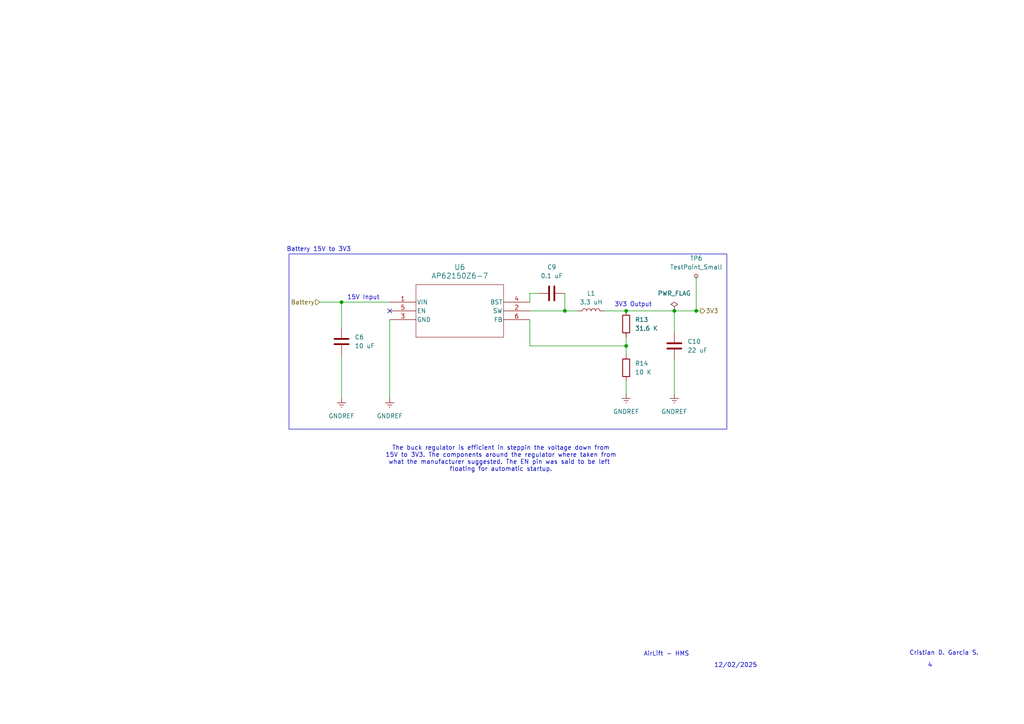
<source format=kicad_sch>
(kicad_sch
	(version 20250114)
	(generator "eeschema")
	(generator_version "9.0")
	(uuid "ed28105f-d7c6-404a-8791-0c3323c410f9")
	(paper "A4")
	(lib_symbols
		(symbol "HMS_SSymbols_Library:AP62150Z6-7"
			(pin_names
				(offset 0.254)
			)
			(exclude_from_sim no)
			(in_bom yes)
			(on_board yes)
			(property "Reference" "U"
				(at 20.32 10.16 0)
				(effects
					(font
						(size 1.524 1.524)
					)
				)
			)
			(property "Value" "AP62150Z6-7"
				(at 20.32 7.62 0)
				(effects
					(font
						(size 1.524 1.524)
					)
				)
			)
			(property "Footprint" "SOT563_DIO"
				(at 0 0 0)
				(effects
					(font
						(size 1.27 1.27)
						(italic yes)
					)
					(hide yes)
				)
			)
			(property "Datasheet" "AP62150Z6-7"
				(at 0 0 0)
				(effects
					(font
						(size 1.27 1.27)
						(italic yes)
					)
					(hide yes)
				)
			)
			(property "Description" ""
				(at 0 0 0)
				(effects
					(font
						(size 1.27 1.27)
					)
					(hide yes)
				)
			)
			(property "ki_locked" ""
				(at 0 0 0)
				(effects
					(font
						(size 1.27 1.27)
					)
				)
			)
			(property "ki_keywords" "AP62150Z6-7"
				(at 0 0 0)
				(effects
					(font
						(size 1.27 1.27)
					)
					(hide yes)
				)
			)
			(property "ki_fp_filters" "SOT563_DIO SOT563_DIO-M SOT563_DIO-L"
				(at 0 0 0)
				(effects
					(font
						(size 1.27 1.27)
					)
					(hide yes)
				)
			)
			(symbol "AP62150Z6-7_0_1"
				(polyline
					(pts
						(xy 7.62 5.08) (xy 7.62 -10.16)
					)
					(stroke
						(width 0.127)
						(type default)
					)
					(fill
						(type none)
					)
				)
				(polyline
					(pts
						(xy 7.62 -10.16) (xy 33.02 -10.16)
					)
					(stroke
						(width 0.127)
						(type default)
					)
					(fill
						(type none)
					)
				)
				(polyline
					(pts
						(xy 33.02 5.08) (xy 7.62 5.08)
					)
					(stroke
						(width 0.127)
						(type default)
					)
					(fill
						(type none)
					)
				)
				(polyline
					(pts
						(xy 33.02 -10.16) (xy 33.02 5.08)
					)
					(stroke
						(width 0.127)
						(type default)
					)
					(fill
						(type none)
					)
				)
				(pin power_in line
					(at 0 0 0)
					(length 7.62)
					(name "VIN"
						(effects
							(font
								(size 1.27 1.27)
							)
						)
					)
					(number "1"
						(effects
							(font
								(size 1.27 1.27)
							)
						)
					)
				)
				(pin input line
					(at 0 -2.54 0)
					(length 7.62)
					(name "EN"
						(effects
							(font
								(size 1.27 1.27)
							)
						)
					)
					(number "5"
						(effects
							(font
								(size 1.27 1.27)
							)
						)
					)
				)
				(pin output line
					(at 40.64 -2.54 180)
					(length 7.62)
					(name "SW"
						(effects
							(font
								(size 1.27 1.27)
							)
						)
					)
					(number "2"
						(effects
							(font
								(size 1.27 1.27)
							)
						)
					)
				)
				(pin input line
					(at 40.64 -5.08 180)
					(length 7.62)
					(name "FB"
						(effects
							(font
								(size 1.27 1.27)
							)
						)
					)
					(number "6"
						(effects
							(font
								(size 1.27 1.27)
							)
						)
					)
				)
			)
			(symbol "AP62150Z6-7_1_1"
				(pin power_in line
					(at 0 -5.08 0)
					(length 7.62)
					(name "GND"
						(effects
							(font
								(size 1.27 1.27)
							)
						)
					)
					(number "3"
						(effects
							(font
								(size 1.27 1.27)
							)
						)
					)
				)
				(pin power_out line
					(at 40.64 0 180)
					(length 7.62)
					(name "BST"
						(effects
							(font
								(size 1.27 1.27)
							)
						)
					)
					(number "4"
						(effects
							(font
								(size 1.27 1.27)
							)
						)
					)
				)
			)
			(embedded_fonts no)
		)
		(symbol "HMS_SSymbols_Library:C"
			(pin_numbers
				(hide yes)
			)
			(pin_names
				(offset 0.254)
			)
			(exclude_from_sim no)
			(in_bom yes)
			(on_board yes)
			(property "Reference" "C"
				(at 0.635 2.54 0)
				(effects
					(font
						(size 1.27 1.27)
					)
					(justify left)
				)
			)
			(property "Value" "C"
				(at 0.635 -2.54 0)
				(effects
					(font
						(size 1.27 1.27)
					)
					(justify left)
				)
			)
			(property "Footprint" ""
				(at 0.9652 -3.81 0)
				(effects
					(font
						(size 1.27 1.27)
					)
					(hide yes)
				)
			)
			(property "Datasheet" "~"
				(at 0 0 0)
				(effects
					(font
						(size 1.27 1.27)
					)
					(hide yes)
				)
			)
			(property "Description" "Unpolarized capacitor"
				(at 0 0 0)
				(effects
					(font
						(size 1.27 1.27)
					)
					(hide yes)
				)
			)
			(property "ki_keywords" "cap capacitor"
				(at 0 0 0)
				(effects
					(font
						(size 1.27 1.27)
					)
					(hide yes)
				)
			)
			(property "ki_fp_filters" "C_*"
				(at 0 0 0)
				(effects
					(font
						(size 1.27 1.27)
					)
					(hide yes)
				)
			)
			(symbol "C_0_1"
				(polyline
					(pts
						(xy -2.032 0.762) (xy 2.032 0.762)
					)
					(stroke
						(width 0.508)
						(type default)
					)
					(fill
						(type none)
					)
				)
				(polyline
					(pts
						(xy -2.032 -0.762) (xy 2.032 -0.762)
					)
					(stroke
						(width 0.508)
						(type default)
					)
					(fill
						(type none)
					)
				)
			)
			(symbol "C_1_1"
				(pin passive line
					(at 0 3.81 270)
					(length 2.794)
					(name "~"
						(effects
							(font
								(size 1.27 1.27)
							)
						)
					)
					(number "1"
						(effects
							(font
								(size 1.27 1.27)
							)
						)
					)
				)
				(pin passive line
					(at 0 -3.81 90)
					(length 2.794)
					(name "~"
						(effects
							(font
								(size 1.27 1.27)
							)
						)
					)
					(number "2"
						(effects
							(font
								(size 1.27 1.27)
							)
						)
					)
				)
			)
			(embedded_fonts no)
		)
		(symbol "HMS_SSymbols_Library:GNDREF"
			(power)
			(pin_numbers
				(hide yes)
			)
			(pin_names
				(offset 0)
				(hide yes)
			)
			(exclude_from_sim no)
			(in_bom yes)
			(on_board yes)
			(property "Reference" "#PWR"
				(at 0 -6.35 0)
				(effects
					(font
						(size 1.27 1.27)
					)
					(hide yes)
				)
			)
			(property "Value" "GNDREF"
				(at 0 -3.81 0)
				(effects
					(font
						(size 1.27 1.27)
					)
				)
			)
			(property "Footprint" ""
				(at 0 0 0)
				(effects
					(font
						(size 1.27 1.27)
					)
					(hide yes)
				)
			)
			(property "Datasheet" ""
				(at 0 0 0)
				(effects
					(font
						(size 1.27 1.27)
					)
					(hide yes)
				)
			)
			(property "Description" "Power symbol creates a global label with name \"GNDREF\" , reference supply ground"
				(at 0 0 0)
				(effects
					(font
						(size 1.27 1.27)
					)
					(hide yes)
				)
			)
			(property "ki_keywords" "global power"
				(at 0 0 0)
				(effects
					(font
						(size 1.27 1.27)
					)
					(hide yes)
				)
			)
			(symbol "GNDREF_0_1"
				(polyline
					(pts
						(xy -0.635 -1.905) (xy 0.635 -1.905)
					)
					(stroke
						(width 0)
						(type default)
					)
					(fill
						(type none)
					)
				)
				(polyline
					(pts
						(xy -0.127 -2.54) (xy 0.127 -2.54)
					)
					(stroke
						(width 0)
						(type default)
					)
					(fill
						(type none)
					)
				)
				(polyline
					(pts
						(xy 0 -1.27) (xy 0 0)
					)
					(stroke
						(width 0)
						(type default)
					)
					(fill
						(type none)
					)
				)
				(polyline
					(pts
						(xy 1.27 -1.27) (xy -1.27 -1.27)
					)
					(stroke
						(width 0)
						(type default)
					)
					(fill
						(type none)
					)
				)
			)
			(symbol "GNDREF_1_1"
				(pin power_in line
					(at 0 0 270)
					(length 0)
					(name "~"
						(effects
							(font
								(size 1.27 1.27)
							)
						)
					)
					(number "1"
						(effects
							(font
								(size 1.27 1.27)
							)
						)
					)
				)
			)
			(embedded_fonts no)
		)
		(symbol "HMS_SSymbols_Library:L"
			(pin_numbers
				(hide yes)
			)
			(pin_names
				(offset 1.016)
				(hide yes)
			)
			(exclude_from_sim no)
			(in_bom yes)
			(on_board yes)
			(property "Reference" "L"
				(at -1.27 0 90)
				(effects
					(font
						(size 1.27 1.27)
					)
				)
			)
			(property "Value" "L"
				(at 1.905 0 90)
				(effects
					(font
						(size 1.27 1.27)
					)
				)
			)
			(property "Footprint" ""
				(at 0 0 0)
				(effects
					(font
						(size 1.27 1.27)
					)
					(hide yes)
				)
			)
			(property "Datasheet" "~"
				(at 0 0 0)
				(effects
					(font
						(size 1.27 1.27)
					)
					(hide yes)
				)
			)
			(property "Description" "Inductor"
				(at 0 0 0)
				(effects
					(font
						(size 1.27 1.27)
					)
					(hide yes)
				)
			)
			(property "ki_keywords" "inductor choke coil reactor magnetic"
				(at 0 0 0)
				(effects
					(font
						(size 1.27 1.27)
					)
					(hide yes)
				)
			)
			(property "ki_fp_filters" "Choke_* *Coil* Inductor_* L_*"
				(at 0 0 0)
				(effects
					(font
						(size 1.27 1.27)
					)
					(hide yes)
				)
			)
			(symbol "L_0_1"
				(arc
					(start 0 2.54)
					(mid 0.6323 1.905)
					(end 0 1.27)
					(stroke
						(width 0)
						(type default)
					)
					(fill
						(type none)
					)
				)
				(arc
					(start 0 1.27)
					(mid 0.6323 0.635)
					(end 0 0)
					(stroke
						(width 0)
						(type default)
					)
					(fill
						(type none)
					)
				)
				(arc
					(start 0 0)
					(mid 0.6323 -0.635)
					(end 0 -1.27)
					(stroke
						(width 0)
						(type default)
					)
					(fill
						(type none)
					)
				)
				(arc
					(start 0 -1.27)
					(mid 0.6323 -1.905)
					(end 0 -2.54)
					(stroke
						(width 0)
						(type default)
					)
					(fill
						(type none)
					)
				)
			)
			(symbol "L_1_1"
				(pin passive line
					(at 0 3.81 270)
					(length 1.27)
					(name "1"
						(effects
							(font
								(size 1.27 1.27)
							)
						)
					)
					(number "1"
						(effects
							(font
								(size 1.27 1.27)
							)
						)
					)
				)
				(pin passive line
					(at 0 -3.81 90)
					(length 1.27)
					(name "2"
						(effects
							(font
								(size 1.27 1.27)
							)
						)
					)
					(number "2"
						(effects
							(font
								(size 1.27 1.27)
							)
						)
					)
				)
			)
			(embedded_fonts no)
		)
		(symbol "HMS_SSymbols_Library:R"
			(pin_numbers
				(hide yes)
			)
			(pin_names
				(offset 0)
			)
			(exclude_from_sim no)
			(in_bom yes)
			(on_board yes)
			(property "Reference" "R"
				(at 2.032 0 90)
				(effects
					(font
						(size 1.27 1.27)
					)
				)
			)
			(property "Value" "R"
				(at 0 0 90)
				(effects
					(font
						(size 1.27 1.27)
					)
				)
			)
			(property "Footprint" ""
				(at -1.778 0 90)
				(effects
					(font
						(size 1.27 1.27)
					)
					(hide yes)
				)
			)
			(property "Datasheet" "~"
				(at 0 0 0)
				(effects
					(font
						(size 1.27 1.27)
					)
					(hide yes)
				)
			)
			(property "Description" "Resistor"
				(at 0 0 0)
				(effects
					(font
						(size 1.27 1.27)
					)
					(hide yes)
				)
			)
			(property "ki_keywords" "R res resistor"
				(at 0 0 0)
				(effects
					(font
						(size 1.27 1.27)
					)
					(hide yes)
				)
			)
			(property "ki_fp_filters" "R_*"
				(at 0 0 0)
				(effects
					(font
						(size 1.27 1.27)
					)
					(hide yes)
				)
			)
			(symbol "R_0_1"
				(rectangle
					(start -1.016 -2.54)
					(end 1.016 2.54)
					(stroke
						(width 0.254)
						(type default)
					)
					(fill
						(type none)
					)
				)
			)
			(symbol "R_1_1"
				(pin passive line
					(at 0 3.81 270)
					(length 1.27)
					(name "~"
						(effects
							(font
								(size 1.27 1.27)
							)
						)
					)
					(number "1"
						(effects
							(font
								(size 1.27 1.27)
							)
						)
					)
				)
				(pin passive line
					(at 0 -3.81 90)
					(length 1.27)
					(name "~"
						(effects
							(font
								(size 1.27 1.27)
							)
						)
					)
					(number "2"
						(effects
							(font
								(size 1.27 1.27)
							)
						)
					)
				)
			)
			(embedded_fonts no)
		)
		(symbol "HMS_SSymbols_Library:TestPoint_Small"
			(pin_numbers
				(hide yes)
			)
			(pin_names
				(offset 0.762)
				(hide yes)
			)
			(exclude_from_sim no)
			(in_bom yes)
			(on_board yes)
			(property "Reference" "TP"
				(at 0 3.81 0)
				(effects
					(font
						(size 1.27 1.27)
					)
				)
			)
			(property "Value" "TestPoint_Small"
				(at 0 2.032 0)
				(effects
					(font
						(size 1.27 1.27)
					)
				)
			)
			(property "Footprint" ""
				(at 5.08 0 0)
				(effects
					(font
						(size 1.27 1.27)
					)
					(hide yes)
				)
			)
			(property "Datasheet" "~"
				(at 5.08 0 0)
				(effects
					(font
						(size 1.27 1.27)
					)
					(hide yes)
				)
			)
			(property "Description" "test point"
				(at 0 0 0)
				(effects
					(font
						(size 1.27 1.27)
					)
					(hide yes)
				)
			)
			(property "ki_keywords" "test point tp"
				(at 0 0 0)
				(effects
					(font
						(size 1.27 1.27)
					)
					(hide yes)
				)
			)
			(property "ki_fp_filters" "Pin* Test*"
				(at 0 0 0)
				(effects
					(font
						(size 1.27 1.27)
					)
					(hide yes)
				)
			)
			(symbol "TestPoint_Small_0_1"
				(circle
					(center 0 0)
					(radius 0.508)
					(stroke
						(width 0)
						(type default)
					)
					(fill
						(type none)
					)
				)
			)
			(symbol "TestPoint_Small_1_1"
				(pin passive line
					(at 0 0 90)
					(length 0)
					(name "1"
						(effects
							(font
								(size 1.27 1.27)
							)
						)
					)
					(number "1"
						(effects
							(font
								(size 1.27 1.27)
							)
						)
					)
				)
			)
			(embedded_fonts no)
		)
		(symbol "power:PWR_FLAG"
			(power)
			(pin_numbers
				(hide yes)
			)
			(pin_names
				(offset 0)
				(hide yes)
			)
			(exclude_from_sim no)
			(in_bom yes)
			(on_board yes)
			(property "Reference" "#FLG"
				(at 0 1.905 0)
				(effects
					(font
						(size 1.27 1.27)
					)
					(hide yes)
				)
			)
			(property "Value" "PWR_FLAG"
				(at 0 3.81 0)
				(effects
					(font
						(size 1.27 1.27)
					)
				)
			)
			(property "Footprint" ""
				(at 0 0 0)
				(effects
					(font
						(size 1.27 1.27)
					)
					(hide yes)
				)
			)
			(property "Datasheet" "~"
				(at 0 0 0)
				(effects
					(font
						(size 1.27 1.27)
					)
					(hide yes)
				)
			)
			(property "Description" "Special symbol for telling ERC where power comes from"
				(at 0 0 0)
				(effects
					(font
						(size 1.27 1.27)
					)
					(hide yes)
				)
			)
			(property "ki_keywords" "flag power"
				(at 0 0 0)
				(effects
					(font
						(size 1.27 1.27)
					)
					(hide yes)
				)
			)
			(symbol "PWR_FLAG_0_0"
				(pin power_out line
					(at 0 0 90)
					(length 0)
					(name "~"
						(effects
							(font
								(size 1.27 1.27)
							)
						)
					)
					(number "1"
						(effects
							(font
								(size 1.27 1.27)
							)
						)
					)
				)
			)
			(symbol "PWR_FLAG_0_1"
				(polyline
					(pts
						(xy 0 0) (xy 0 1.27) (xy -1.016 1.905) (xy 0 2.54) (xy 1.016 1.905) (xy 0 1.27)
					)
					(stroke
						(width 0)
						(type default)
					)
					(fill
						(type none)
					)
				)
			)
			(embedded_fonts no)
		)
	)
	(rectangle
		(start 83.82 73.66)
		(end 210.82 124.46)
		(stroke
			(width 0)
			(type default)
		)
		(fill
			(type none)
		)
		(uuid cbcd322f-c354-4634-a0fe-27e4b9ace101)
	)
	(text "12/02/2025"
		(exclude_from_sim no)
		(at 213.36 193.04 0)
		(effects
			(font
				(size 1.27 1.27)
			)
		)
		(uuid "0f48e31d-8331-44ec-93b7-953093577728")
	)
	(text "AirLift - HMS"
		(exclude_from_sim no)
		(at 193.294 189.738 0)
		(effects
			(font
				(size 1.27 1.27)
			)
		)
		(uuid "22ea58c8-c376-4724-8430-eebc6aa8521c")
	)
	(text "Cristian D. Garcia S."
		(exclude_from_sim no)
		(at 273.812 189.484 0)
		(effects
			(font
				(size 1.27 1.27)
			)
		)
		(uuid "2430ac21-0af9-4d37-8311-a865bcb4155c")
	)
	(text "4"
		(exclude_from_sim no)
		(at 269.748 193.04 0)
		(effects
			(font
				(size 1.27 1.27)
			)
		)
		(uuid "935c16d0-be2f-4be3-963b-9319f0e0c3e4")
	)
	(text "Battery 15V to 3V3"
		(exclude_from_sim no)
		(at 92.456 72.39 0)
		(effects
			(font
				(size 1.27 1.27)
			)
		)
		(uuid "bf4bd5ef-64bf-44b7-bb3a-3db2834f3116")
	)
	(text "15V Input"
		(exclude_from_sim no)
		(at 105.41 86.36 0)
		(effects
			(font
				(size 1.27 1.27)
			)
		)
		(uuid "ecb869f6-9cf1-4ff6-ba9d-e8e4d6855a45")
	)
	(text "The buck regulator is efficient in steppin the voltage down from\n15V to 3V3. The components around the regulator where taken from\nwhat the manufacturer suggested. The EN pin was said to be left \nfloating for automatic startup.\n"
		(exclude_from_sim no)
		(at 145.288 133.096 0)
		(effects
			(font
				(size 1.27 1.27)
			)
		)
		(uuid "f1d366ed-d9a8-4a3f-8252-f4259f9f359f")
	)
	(text "3V3 Output"
		(exclude_from_sim no)
		(at 183.642 88.392 0)
		(effects
			(font
				(size 1.27 1.27)
			)
		)
		(uuid "fd8ac440-4d67-498b-a0b1-121a86bbcb52")
	)
	(junction
		(at 195.58 90.17)
		(diameter 0)
		(color 0 0 0 0)
		(uuid "5b3a7110-7fe1-4597-b709-ecfeda78a0e8")
	)
	(junction
		(at 201.93 90.17)
		(diameter 0)
		(color 0 0 0 0)
		(uuid "69a7b2b2-75ae-440c-b25c-3dc108107c3b")
	)
	(junction
		(at 99.06 87.63)
		(diameter 0)
		(color 0 0 0 0)
		(uuid "7265c98d-e0a7-498a-875e-f0c885393928")
	)
	(junction
		(at 181.61 100.33)
		(diameter 0)
		(color 0 0 0 0)
		(uuid "ac6794fd-2d62-4fa7-ad03-49941e6b51b5")
	)
	(junction
		(at 181.61 90.17)
		(diameter 0)
		(color 0 0 0 0)
		(uuid "d9deccce-4e90-44dd-9340-289e39a42b42")
	)
	(junction
		(at 163.83 90.17)
		(diameter 0)
		(color 0 0 0 0)
		(uuid "e69b8d6f-3ce8-4461-88b3-3419233eed53")
	)
	(no_connect
		(at 113.03 90.17)
		(uuid "1d6a7060-ecc5-4c35-b548-98457a8209fe")
	)
	(wire
		(pts
			(xy 163.83 85.09) (xy 163.83 90.17)
		)
		(stroke
			(width 0)
			(type default)
		)
		(uuid "1056250f-4663-45ba-994c-19322ba5c7a5")
	)
	(wire
		(pts
			(xy 99.06 102.87) (xy 99.06 115.57)
		)
		(stroke
			(width 0)
			(type default)
		)
		(uuid "15864d12-ebbc-44dc-86ad-3677947ed05b")
	)
	(wire
		(pts
			(xy 195.58 90.17) (xy 181.61 90.17)
		)
		(stroke
			(width 0)
			(type default)
		)
		(uuid "16153d5a-7077-4f6f-b199-5aada89a966e")
	)
	(wire
		(pts
			(xy 201.93 90.17) (xy 195.58 90.17)
		)
		(stroke
			(width 0)
			(type default)
		)
		(uuid "1745f5b1-36cc-4f86-bc28-b8f3ee06c920")
	)
	(wire
		(pts
			(xy 201.93 80.01) (xy 201.93 90.17)
		)
		(stroke
			(width 0)
			(type default)
		)
		(uuid "1850a220-da9b-4bfc-bd8b-04f5cc2ad6cb")
	)
	(wire
		(pts
			(xy 113.03 115.57) (xy 113.03 92.71)
		)
		(stroke
			(width 0)
			(type default)
		)
		(uuid "1b5141bd-7451-457d-b906-e76165e0ce00")
	)
	(wire
		(pts
			(xy 163.83 90.17) (xy 153.67 90.17)
		)
		(stroke
			(width 0)
			(type default)
		)
		(uuid "3e41b217-e115-4858-95d9-bf605299dff0")
	)
	(wire
		(pts
			(xy 153.67 85.09) (xy 156.21 85.09)
		)
		(stroke
			(width 0)
			(type default)
		)
		(uuid "462cfc5d-3565-470c-8889-debcad38ed66")
	)
	(wire
		(pts
			(xy 99.06 87.63) (xy 113.03 87.63)
		)
		(stroke
			(width 0)
			(type default)
		)
		(uuid "5749ce1b-2da6-4a84-9484-ad10776479cd")
	)
	(wire
		(pts
			(xy 92.71 87.63) (xy 99.06 87.63)
		)
		(stroke
			(width 0)
			(type default)
		)
		(uuid "7bfc14bf-4bfb-430a-bec9-86f94ec76e24")
	)
	(wire
		(pts
			(xy 181.61 100.33) (xy 181.61 102.87)
		)
		(stroke
			(width 0)
			(type default)
		)
		(uuid "7d1e978e-4ac3-4bba-95fa-7fe3ab4a65c3")
	)
	(wire
		(pts
			(xy 99.06 95.25) (xy 99.06 87.63)
		)
		(stroke
			(width 0)
			(type default)
		)
		(uuid "7e133317-0fb9-498f-8ffb-f1c774ebbe81")
	)
	(wire
		(pts
			(xy 167.64 90.17) (xy 163.83 90.17)
		)
		(stroke
			(width 0)
			(type default)
		)
		(uuid "87e5a613-ae84-48ee-8c85-06c4d714326e")
	)
	(wire
		(pts
			(xy 153.67 100.33) (xy 181.61 100.33)
		)
		(stroke
			(width 0)
			(type default)
		)
		(uuid "a585e1b8-a64f-4621-ab0b-f66df604a773")
	)
	(wire
		(pts
			(xy 181.61 90.17) (xy 175.26 90.17)
		)
		(stroke
			(width 0)
			(type default)
		)
		(uuid "a93ee0b7-a2cb-4f33-8a25-b13f7ec43d37")
	)
	(wire
		(pts
			(xy 181.61 100.33) (xy 181.61 97.79)
		)
		(stroke
			(width 0)
			(type default)
		)
		(uuid "b129cc4d-2a3b-4b41-9f08-571303711068")
	)
	(wire
		(pts
			(xy 153.67 85.09) (xy 153.67 87.63)
		)
		(stroke
			(width 0)
			(type default)
		)
		(uuid "b3c27876-50c2-4f15-abee-05fdfd60d5c0")
	)
	(wire
		(pts
			(xy 181.61 114.3) (xy 181.61 110.49)
		)
		(stroke
			(width 0)
			(type default)
		)
		(uuid "bbc8ed0e-4cfe-48dd-aec3-91e842f0a593")
	)
	(wire
		(pts
			(xy 153.67 92.71) (xy 153.67 100.33)
		)
		(stroke
			(width 0)
			(type default)
		)
		(uuid "d8dfdbc1-bbde-4e90-a1c0-dcfe9dea55fe")
	)
	(wire
		(pts
			(xy 195.58 114.3) (xy 195.58 104.14)
		)
		(stroke
			(width 0)
			(type default)
		)
		(uuid "de79bd68-7b31-4877-9e1e-ebf06d4930ce")
	)
	(wire
		(pts
			(xy 195.58 96.52) (xy 195.58 90.17)
		)
		(stroke
			(width 0)
			(type default)
		)
		(uuid "e53e7abf-8a88-4690-adc5-accf8121ed25")
	)
	(wire
		(pts
			(xy 203.2 90.17) (xy 201.93 90.17)
		)
		(stroke
			(width 0)
			(type default)
		)
		(uuid "ed1e4b73-c71f-4840-87ad-c4e82d4042a4")
	)
	(hierarchical_label "3V3"
		(shape output)
		(at 203.2 90.17 0)
		(effects
			(font
				(size 1.27 1.27)
			)
			(justify left)
		)
		(uuid "490ba988-6a71-4fac-9b1a-b251d4a23324")
	)
	(hierarchical_label "Battery"
		(shape input)
		(at 92.71 87.63 180)
		(effects
			(font
				(size 1.27 1.27)
			)
			(justify right)
		)
		(uuid "5c10dc0a-f167-48d0-885e-735be6c67167")
	)
	(symbol
		(lib_id "HMS_SSymbols_Library:AP62150Z6-7")
		(at 113.03 87.63 0)
		(unit 1)
		(exclude_from_sim no)
		(in_bom yes)
		(on_board yes)
		(dnp no)
		(fields_autoplaced yes)
		(uuid "110e1722-51b9-4b33-a9f9-f2b5d1738199")
		(property "Reference" "U6"
			(at 133.35 77.47 0)
			(effects
				(font
					(size 1.524 1.524)
				)
			)
		)
		(property "Value" "AP62150Z6-7"
			(at 133.35 80.01 0)
			(effects
				(font
					(size 1.524 1.524)
				)
			)
		)
		(property "Footprint" "LibraryHMS_FSymbols_Library:SOT563_DIO"
			(at 113.03 87.63 0)
			(effects
				(font
					(size 1.27 1.27)
					(italic yes)
				)
				(hide yes)
			)
		)
		(property "Datasheet" "AP62150Z6-7"
			(at 113.03 87.63 0)
			(effects
				(font
					(size 1.27 1.27)
					(italic yes)
				)
				(hide yes)
			)
		)
		(property "Description" ""
			(at 113.03 87.63 0)
			(effects
				(font
					(size 1.27 1.27)
				)
				(hide yes)
			)
		)
		(property "MFR" "Diodes Incorporated"
			(at 113.03 87.63 0)
			(effects
				(font
					(size 1.27 1.27)
				)
				(hide yes)
			)
		)
		(property "MPN" "AP62150Z6-7"
			(at 113.03 87.63 0)
			(effects
				(font
					(size 1.27 1.27)
				)
				(hide yes)
			)
		)
		(pin "1"
			(uuid "66f5296f-252d-48d0-ab75-bc56a5de87f4")
		)
		(pin "5"
			(uuid "6c449ed5-1114-4a54-9644-22dcca915fcd")
		)
		(pin "2"
			(uuid "97f30d14-7b60-4dc6-bd23-1c8fe471e432")
		)
		(pin "4"
			(uuid "76c707e7-6a78-4c99-87c2-6cf087ec2029")
		)
		(pin "3"
			(uuid "05652bea-504a-4443-9f50-4b413ba48f2e")
		)
		(pin "6"
			(uuid "0c47b2ff-cc0d-4ac4-b6ff-71966967ea0b")
		)
		(instances
			(project ""
				(path "/f58d4a15-dad3-4b2d-a625-0883ffa8695e/949a0c0f-a9c0-4cee-92fe-3384dfd218fd"
					(reference "U6")
					(unit 1)
				)
			)
		)
	)
	(symbol
		(lib_id "HMS_SSymbols_Library:L")
		(at 171.45 90.17 90)
		(unit 1)
		(exclude_from_sim no)
		(in_bom yes)
		(on_board yes)
		(dnp no)
		(fields_autoplaced yes)
		(uuid "1ec519e9-4d27-4bbd-a4b9-447654e083a5")
		(property "Reference" "L1"
			(at 171.45 85.09 90)
			(effects
				(font
					(size 1.27 1.27)
				)
			)
		)
		(property "Value" "3.3 uH"
			(at 171.45 87.63 90)
			(effects
				(font
					(size 1.27 1.27)
				)
			)
		)
		(property "Footprint" "LibraryHMS_FSymbols_Library:L_0805_2012Metric_Pad1.15x1.40mm_HandSolder"
			(at 171.45 90.17 0)
			(effects
				(font
					(size 1.27 1.27)
				)
				(hide yes)
			)
		)
		(property "Datasheet" "~"
			(at 171.45 90.17 0)
			(effects
				(font
					(size 1.27 1.27)
				)
				(hide yes)
			)
		)
		(property "Description" "Inductor"
			(at 171.45 90.17 0)
			(effects
				(font
					(size 1.27 1.27)
				)
				(hide yes)
			)
		)
		(property "MFR" "TDK Corporation"
			(at 171.45 90.17 90)
			(effects
				(font
					(size 1.27 1.27)
				)
				(hide yes)
			)
		)
		(property "MPN" "MLZ2012N3R3LT000"
			(at 171.45 90.17 90)
			(effects
				(font
					(size 1.27 1.27)
				)
				(hide yes)
			)
		)
		(pin "1"
			(uuid "159ef222-2917-4683-9cd9-e9fc84c0788e")
		)
		(pin "2"
			(uuid "0e741fb8-cba0-4eec-a3fc-8fb925c973b6")
		)
		(instances
			(project ""
				(path "/f58d4a15-dad3-4b2d-a625-0883ffa8695e/949a0c0f-a9c0-4cee-92fe-3384dfd218fd"
					(reference "L1")
					(unit 1)
				)
			)
		)
	)
	(symbol
		(lib_id "HMS_SSymbols_Library:C")
		(at 195.58 100.33 180)
		(unit 1)
		(exclude_from_sim no)
		(in_bom yes)
		(on_board yes)
		(dnp no)
		(fields_autoplaced yes)
		(uuid "20f0f74a-7987-4322-9308-70404e82114b")
		(property "Reference" "C10"
			(at 199.39 99.0599 0)
			(effects
				(font
					(size 1.27 1.27)
				)
				(justify right)
			)
		)
		(property "Value" "22 uF"
			(at 199.39 101.5999 0)
			(effects
				(font
					(size 1.27 1.27)
				)
				(justify right)
			)
		)
		(property "Footprint" "LibraryHMS_FSymbols_Library:C_0805_2012Metric_Pad1.18x1.45mm_HandSolder"
			(at 194.6148 96.52 0)
			(effects
				(font
					(size 1.27 1.27)
				)
				(hide yes)
			)
		)
		(property "Datasheet" "~"
			(at 195.58 100.33 0)
			(effects
				(font
					(size 1.27 1.27)
				)
				(hide yes)
			)
		)
		(property "Description" "Unpolarized capacitor"
			(at 195.58 100.33 0)
			(effects
				(font
					(size 1.27 1.27)
				)
				(hide yes)
			)
		)
		(property "MFR" "Samsung Electro-Mechanics"
			(at 195.58 100.33 0)
			(effects
				(font
					(size 1.27 1.27)
				)
				(hide yes)
			)
		)
		(property "MPN" "CL21A226MOQNNNE"
			(at 195.58 100.33 0)
			(effects
				(font
					(size 1.27 1.27)
				)
				(hide yes)
			)
		)
		(pin "2"
			(uuid "e7d3e520-fb02-4db6-957a-801310def48d")
		)
		(pin "1"
			(uuid "4ccadd30-5d41-479f-8e18-f1a702b581e0")
		)
		(instances
			(project "HMS"
				(path "/f58d4a15-dad3-4b2d-a625-0883ffa8695e/949a0c0f-a9c0-4cee-92fe-3384dfd218fd"
					(reference "C10")
					(unit 1)
				)
			)
		)
	)
	(symbol
		(lib_id "HMS_SSymbols_Library:C")
		(at 99.06 99.06 0)
		(unit 1)
		(exclude_from_sim no)
		(in_bom yes)
		(on_board yes)
		(dnp no)
		(fields_autoplaced yes)
		(uuid "352c7105-1332-4e12-9191-77a520454b07")
		(property "Reference" "C6"
			(at 102.87 97.7899 0)
			(effects
				(font
					(size 1.27 1.27)
				)
				(justify left)
			)
		)
		(property "Value" "10 uF"
			(at 102.87 100.3299 0)
			(effects
				(font
					(size 1.27 1.27)
				)
				(justify left)
			)
		)
		(property "Footprint" "LibraryHMS_FSymbols_Library:C_0805_2012Metric_Pad1.18x1.45mm_HandSolder"
			(at 100.0252 102.87 0)
			(effects
				(font
					(size 1.27 1.27)
				)
				(hide yes)
			)
		)
		(property "Datasheet" "~"
			(at 99.06 99.06 0)
			(effects
				(font
					(size 1.27 1.27)
				)
				(hide yes)
			)
		)
		(property "Description" "Unpolarized capacitor"
			(at 99.06 99.06 0)
			(effects
				(font
					(size 1.27 1.27)
				)
				(hide yes)
			)
		)
		(property "MFR" "Samsung Electro-Mechanics"
			(at 99.06 99.06 0)
			(effects
				(font
					(size 1.27 1.27)
				)
				(hide yes)
			)
		)
		(property "MPN" "CL21A106KOQNNNE"
			(at 99.06 99.06 0)
			(effects
				(font
					(size 1.27 1.27)
				)
				(hide yes)
			)
		)
		(pin "2"
			(uuid "59646ccc-8354-46b9-ae42-aa1948d69107")
		)
		(pin "1"
			(uuid "3d2cb0ba-3e0f-4720-aa6c-cdddd7d4ac9c")
		)
		(instances
			(project ""
				(path "/f58d4a15-dad3-4b2d-a625-0883ffa8695e/949a0c0f-a9c0-4cee-92fe-3384dfd218fd"
					(reference "C6")
					(unit 1)
				)
			)
		)
	)
	(symbol
		(lib_id "HMS_SSymbols_Library:R")
		(at 181.61 93.98 0)
		(unit 1)
		(exclude_from_sim no)
		(in_bom yes)
		(on_board yes)
		(dnp no)
		(fields_autoplaced yes)
		(uuid "3768233c-2af2-482b-9b7f-9a5359132aa6")
		(property "Reference" "R13"
			(at 184.15 92.7099 0)
			(effects
				(font
					(size 1.27 1.27)
				)
				(justify left)
			)
		)
		(property "Value" "31.6 K"
			(at 184.15 95.2499 0)
			(effects
				(font
					(size 1.27 1.27)
				)
				(justify left)
			)
		)
		(property "Footprint" "LibraryHMS_FSymbols_Library:R_0805_2012Metric_Pad1.20x1.40mm_HandSolder"
			(at 179.832 93.98 90)
			(effects
				(font
					(size 1.27 1.27)
				)
				(hide yes)
			)
		)
		(property "Datasheet" "~"
			(at 181.61 93.98 0)
			(effects
				(font
					(size 1.27 1.27)
				)
				(hide yes)
			)
		)
		(property "Description" "Resistor"
			(at 181.61 93.98 0)
			(effects
				(font
					(size 1.27 1.27)
				)
				(hide yes)
			)
		)
		(property "MFR" "Panasonic Electronic Components"
			(at 181.61 93.98 0)
			(effects
				(font
					(size 1.27 1.27)
				)
				(hide yes)
			)
		)
		(property "MPN" "ERA-6AEB3162V"
			(at 181.61 93.98 0)
			(effects
				(font
					(size 1.27 1.27)
				)
				(hide yes)
			)
		)
		(pin "1"
			(uuid "d62f70fa-d243-4ccc-930d-02e558cd67c0")
		)
		(pin "2"
			(uuid "a9f7beba-f7b4-4cca-927b-e6bd5a232ff2")
		)
		(instances
			(project ""
				(path "/f58d4a15-dad3-4b2d-a625-0883ffa8695e/949a0c0f-a9c0-4cee-92fe-3384dfd218fd"
					(reference "R13")
					(unit 1)
				)
			)
		)
	)
	(symbol
		(lib_id "power:PWR_FLAG")
		(at 195.58 90.17 0)
		(unit 1)
		(exclude_from_sim no)
		(in_bom yes)
		(on_board yes)
		(dnp no)
		(fields_autoplaced yes)
		(uuid "63e1da56-732c-4933-ae80-3d071ac041b2")
		(property "Reference" "#FLG02"
			(at 195.58 88.265 0)
			(effects
				(font
					(size 1.27 1.27)
				)
				(hide yes)
			)
		)
		(property "Value" "PWR_FLAG"
			(at 195.58 85.09 0)
			(effects
				(font
					(size 1.27 1.27)
				)
			)
		)
		(property "Footprint" ""
			(at 195.58 90.17 0)
			(effects
				(font
					(size 1.27 1.27)
				)
				(hide yes)
			)
		)
		(property "Datasheet" "~"
			(at 195.58 90.17 0)
			(effects
				(font
					(size 1.27 1.27)
				)
				(hide yes)
			)
		)
		(property "Description" "Special symbol for telling ERC where power comes from"
			(at 195.58 90.17 0)
			(effects
				(font
					(size 1.27 1.27)
				)
				(hide yes)
			)
		)
		(pin "1"
			(uuid "064e6d00-4ccc-4191-81c6-ae5dd2166db6")
		)
		(instances
			(project ""
				(path "/f58d4a15-dad3-4b2d-a625-0883ffa8695e/949a0c0f-a9c0-4cee-92fe-3384dfd218fd"
					(reference "#FLG02")
					(unit 1)
				)
			)
		)
	)
	(symbol
		(lib_id "HMS_SSymbols_Library:GNDREF")
		(at 181.61 114.3 0)
		(unit 1)
		(exclude_from_sim no)
		(in_bom yes)
		(on_board yes)
		(dnp no)
		(fields_autoplaced yes)
		(uuid "999297d8-48eb-44ee-ac2e-8be475250953")
		(property "Reference" "#PWR026"
			(at 181.61 120.65 0)
			(effects
				(font
					(size 1.27 1.27)
				)
				(hide yes)
			)
		)
		(property "Value" "GNDREF"
			(at 181.61 119.38 0)
			(effects
				(font
					(size 1.27 1.27)
				)
			)
		)
		(property "Footprint" ""
			(at 181.61 114.3 0)
			(effects
				(font
					(size 1.27 1.27)
				)
				(hide yes)
			)
		)
		(property "Datasheet" ""
			(at 181.61 114.3 0)
			(effects
				(font
					(size 1.27 1.27)
				)
				(hide yes)
			)
		)
		(property "Description" "Power symbol creates a global label with name \"GNDREF\" , reference supply ground"
			(at 181.61 114.3 0)
			(effects
				(font
					(size 1.27 1.27)
				)
				(hide yes)
			)
		)
		(pin "1"
			(uuid "17a7bbd4-273e-48c1-8caa-451601bc111b")
		)
		(instances
			(project "HMS"
				(path "/f58d4a15-dad3-4b2d-a625-0883ffa8695e/949a0c0f-a9c0-4cee-92fe-3384dfd218fd"
					(reference "#PWR026")
					(unit 1)
				)
			)
		)
	)
	(symbol
		(lib_id "HMS_SSymbols_Library:GNDREF")
		(at 113.03 115.57 0)
		(unit 1)
		(exclude_from_sim no)
		(in_bom yes)
		(on_board yes)
		(dnp no)
		(uuid "9e35762c-b169-411e-9a24-9e91b83d9515")
		(property "Reference" "#PWR024"
			(at 113.03 121.92 0)
			(effects
				(font
					(size 1.27 1.27)
				)
				(hide yes)
			)
		)
		(property "Value" "GNDREF"
			(at 113.03 120.65 0)
			(effects
				(font
					(size 1.27 1.27)
				)
			)
		)
		(property "Footprint" ""
			(at 113.03 115.57 0)
			(effects
				(font
					(size 1.27 1.27)
				)
				(hide yes)
			)
		)
		(property "Datasheet" ""
			(at 113.03 115.57 0)
			(effects
				(font
					(size 1.27 1.27)
				)
				(hide yes)
			)
		)
		(property "Description" "Power symbol creates a global label with name \"GNDREF\" , reference supply ground"
			(at 113.03 115.57 0)
			(effects
				(font
					(size 1.27 1.27)
				)
				(hide yes)
			)
		)
		(pin "1"
			(uuid "35dd7700-d42e-47d0-b252-3988b1b6f570")
		)
		(instances
			(project ""
				(path "/f58d4a15-dad3-4b2d-a625-0883ffa8695e/949a0c0f-a9c0-4cee-92fe-3384dfd218fd"
					(reference "#PWR024")
					(unit 1)
				)
			)
		)
	)
	(symbol
		(lib_id "HMS_SSymbols_Library:GNDREF")
		(at 195.58 114.3 0)
		(unit 1)
		(exclude_from_sim no)
		(in_bom yes)
		(on_board yes)
		(dnp no)
		(fields_autoplaced yes)
		(uuid "a15badf2-8fac-40fc-804c-f71bbcfe76bb")
		(property "Reference" "#PWR025"
			(at 195.58 120.65 0)
			(effects
				(font
					(size 1.27 1.27)
				)
				(hide yes)
			)
		)
		(property "Value" "GNDREF"
			(at 195.58 119.38 0)
			(effects
				(font
					(size 1.27 1.27)
				)
			)
		)
		(property "Footprint" ""
			(at 195.58 114.3 0)
			(effects
				(font
					(size 1.27 1.27)
				)
				(hide yes)
			)
		)
		(property "Datasheet" ""
			(at 195.58 114.3 0)
			(effects
				(font
					(size 1.27 1.27)
				)
				(hide yes)
			)
		)
		(property "Description" "Power symbol creates a global label with name \"GNDREF\" , reference supply ground"
			(at 195.58 114.3 0)
			(effects
				(font
					(size 1.27 1.27)
				)
				(hide yes)
			)
		)
		(pin "1"
			(uuid "31b6d656-98f8-4e6a-aa25-b0a6e7ac5e3d")
		)
		(instances
			(project ""
				(path "/f58d4a15-dad3-4b2d-a625-0883ffa8695e/949a0c0f-a9c0-4cee-92fe-3384dfd218fd"
					(reference "#PWR025")
					(unit 1)
				)
			)
		)
	)
	(symbol
		(lib_id "HMS_SSymbols_Library:GNDREF")
		(at 99.06 115.57 0)
		(unit 1)
		(exclude_from_sim no)
		(in_bom yes)
		(on_board yes)
		(dnp no)
		(fields_autoplaced yes)
		(uuid "b5f6c001-cd48-410b-897b-e31a503071cf")
		(property "Reference" "#PWR020"
			(at 99.06 121.92 0)
			(effects
				(font
					(size 1.27 1.27)
				)
				(hide yes)
			)
		)
		(property "Value" "GNDREF"
			(at 99.06 120.65 0)
			(effects
				(font
					(size 1.27 1.27)
				)
			)
		)
		(property "Footprint" ""
			(at 99.06 115.57 0)
			(effects
				(font
					(size 1.27 1.27)
				)
				(hide yes)
			)
		)
		(property "Datasheet" ""
			(at 99.06 115.57 0)
			(effects
				(font
					(size 1.27 1.27)
				)
				(hide yes)
			)
		)
		(property "Description" "Power symbol creates a global label with name \"GNDREF\" , reference supply ground"
			(at 99.06 115.57 0)
			(effects
				(font
					(size 1.27 1.27)
				)
				(hide yes)
			)
		)
		(pin "1"
			(uuid "66ebfab9-bdae-47e5-9228-08bca02689de")
		)
		(instances
			(project ""
				(path "/f58d4a15-dad3-4b2d-a625-0883ffa8695e/949a0c0f-a9c0-4cee-92fe-3384dfd218fd"
					(reference "#PWR020")
					(unit 1)
				)
			)
		)
	)
	(symbol
		(lib_id "HMS_SSymbols_Library:C")
		(at 160.02 85.09 90)
		(unit 1)
		(exclude_from_sim no)
		(in_bom yes)
		(on_board yes)
		(dnp no)
		(fields_autoplaced yes)
		(uuid "bfdcacf3-f23c-417d-b1f8-98d538b86853")
		(property "Reference" "C9"
			(at 160.02 77.47 90)
			(effects
				(font
					(size 1.27 1.27)
				)
			)
		)
		(property "Value" "0.1 uF"
			(at 160.02 80.01 90)
			(effects
				(font
					(size 1.27 1.27)
				)
			)
		)
		(property "Footprint" "LibraryHMS_FSymbols_Library:C_0805_2012Metric_Pad1.18x1.45mm_HandSolder"
			(at 163.83 84.1248 0)
			(effects
				(font
					(size 1.27 1.27)
				)
				(hide yes)
			)
		)
		(property "Datasheet" "~"
			(at 160.02 85.09 0)
			(effects
				(font
					(size 1.27 1.27)
				)
				(hide yes)
			)
		)
		(property "Description" "Unpolarized capacitor"
			(at 160.02 85.09 0)
			(effects
				(font
					(size 1.27 1.27)
				)
				(hide yes)
			)
		)
		(property "MFR" "KEMET"
			(at 160.02 85.09 90)
			(effects
				(font
					(size 1.27 1.27)
				)
				(hide yes)
			)
		)
		(property "MPN" "C0805C104K4RACTU"
			(at 160.02 85.09 90)
			(effects
				(font
					(size 1.27 1.27)
				)
				(hide yes)
			)
		)
		(pin "2"
			(uuid "918051a1-8e88-4a02-a765-99249c60457c")
		)
		(pin "1"
			(uuid "78e9fdbe-e5a1-42ec-bec6-7831cf5df58c")
		)
		(instances
			(project ""
				(path "/f58d4a15-dad3-4b2d-a625-0883ffa8695e/949a0c0f-a9c0-4cee-92fe-3384dfd218fd"
					(reference "C9")
					(unit 1)
				)
			)
		)
	)
	(symbol
		(lib_id "HMS_SSymbols_Library:R")
		(at 181.61 106.68 0)
		(unit 1)
		(exclude_from_sim no)
		(in_bom yes)
		(on_board yes)
		(dnp no)
		(fields_autoplaced yes)
		(uuid "e1a2b329-d604-4646-9e5e-0cc2f2564185")
		(property "Reference" "R14"
			(at 184.15 105.4099 0)
			(effects
				(font
					(size 1.27 1.27)
				)
				(justify left)
			)
		)
		(property "Value" "10 K"
			(at 184.15 107.9499 0)
			(effects
				(font
					(size 1.27 1.27)
				)
				(justify left)
			)
		)
		(property "Footprint" "LibraryHMS_FSymbols_Library:R_0805_2012Metric_Pad1.20x1.40mm_HandSolder"
			(at 179.832 106.68 90)
			(effects
				(font
					(size 1.27 1.27)
				)
				(hide yes)
			)
		)
		(property "Datasheet" "~"
			(at 181.61 106.68 0)
			(effects
				(font
					(size 1.27 1.27)
				)
				(hide yes)
			)
		)
		(property "Description" "Resistor"
			(at 181.61 106.68 0)
			(effects
				(font
					(size 1.27 1.27)
				)
				(hide yes)
			)
		)
		(property "MFR" "Susumu"
			(at 181.61 106.68 0)
			(effects
				(font
					(size 1.27 1.27)
				)
				(hide yes)
			)
		)
		(property "MPN" "RR1220P-103-D"
			(at 181.61 106.68 0)
			(effects
				(font
					(size 1.27 1.27)
				)
				(hide yes)
			)
		)
		(pin "1"
			(uuid "85d3f631-a061-4f0a-9226-654b9672f3dc")
		)
		(pin "2"
			(uuid "d137c893-269f-45a3-80b6-6c2aeeede158")
		)
		(instances
			(project "HMS"
				(path "/f58d4a15-dad3-4b2d-a625-0883ffa8695e/949a0c0f-a9c0-4cee-92fe-3384dfd218fd"
					(reference "R14")
					(unit 1)
				)
			)
		)
	)
	(symbol
		(lib_id "HMS_SSymbols_Library:TestPoint_Small")
		(at 201.93 80.01 90)
		(unit 1)
		(exclude_from_sim no)
		(in_bom yes)
		(on_board yes)
		(dnp no)
		(uuid "e8e45e93-3209-426a-b95b-5566d56d112f")
		(property "Reference" "TP6"
			(at 201.93 74.93 90)
			(effects
				(font
					(size 1.27 1.27)
				)
			)
		)
		(property "Value" "TestPoint_Small"
			(at 201.93 77.47 90)
			(effects
				(font
					(size 1.27 1.27)
				)
			)
		)
		(property "Footprint" "LibraryHMS_FSymbols_Library:TestPoint_Pad_D1.0mm"
			(at 201.93 74.93 0)
			(effects
				(font
					(size 1.27 1.27)
				)
				(hide yes)
			)
		)
		(property "Datasheet" "~"
			(at 201.93 74.93 0)
			(effects
				(font
					(size 1.27 1.27)
				)
				(hide yes)
			)
		)
		(property "Description" "test point"
			(at 201.93 80.01 0)
			(effects
				(font
					(size 1.27 1.27)
				)
				(hide yes)
			)
		)
		(pin "1"
			(uuid "7bc21431-73d0-4795-b3d8-b3edd35b656c")
		)
		(instances
			(project "HMS"
				(path "/f58d4a15-dad3-4b2d-a625-0883ffa8695e/949a0c0f-a9c0-4cee-92fe-3384dfd218fd"
					(reference "TP6")
					(unit 1)
				)
			)
		)
	)
)

</source>
